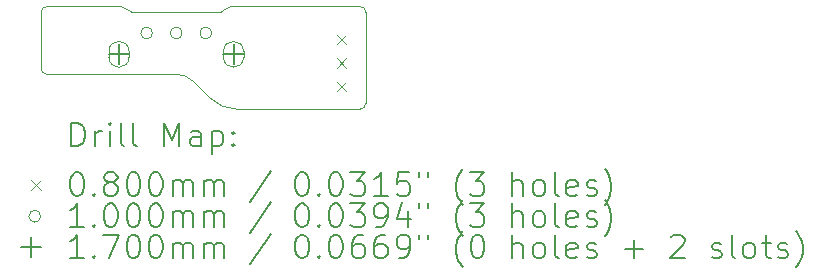
<source format=gbr>
%TF.GenerationSoftware,KiCad,Pcbnew,8.0.9*%
%TF.CreationDate,2025-07-15T23:29:25+09:00*%
%TF.ProjectId,KPUEncoderPCB,4b505545-6e63-46f6-9465-725043422e6b,rev?*%
%TF.SameCoordinates,Original*%
%TF.FileFunction,Drillmap*%
%TF.FilePolarity,Positive*%
%FSLAX45Y45*%
G04 Gerber Fmt 4.5, Leading zero omitted, Abs format (unit mm)*
G04 Created by KiCad (PCBNEW 8.0.9) date 2025-07-15 23:29:25*
%MOMM*%
%LPD*%
G01*
G04 APERTURE LIST*
%ADD10C,0.050000*%
%ADD11C,0.200000*%
%ADD12C,0.100000*%
%ADD13C,0.170000*%
G04 APERTURE END LIST*
D10*
X4700000Y-2000000D02*
X3608516Y-2000000D01*
X4700000Y-2000000D02*
G75*
G02*
X4750000Y-2050000I0J-50000D01*
G01*
X4750000Y-2820000D02*
X4750000Y-2050000D01*
X4750000Y-2820000D02*
G75*
G02*
X4700000Y-2870000I-50000J0D01*
G01*
X3660000Y-2870000D02*
X4700000Y-2870000D01*
X3660000Y-2870000D02*
G75*
G02*
X3430190Y-2774810I0J325001D01*
G01*
X3288959Y-2633579D02*
X3430190Y-2774810D01*
X3147538Y-2575000D02*
G75*
G02*
X3288959Y-2633579I0J-200000D01*
G01*
X2050000Y-2575000D02*
X3147538Y-2575000D01*
X2050000Y-2575000D02*
G75*
G02*
X2000000Y-2525000I0J50000D01*
G01*
X2000000Y-2050000D02*
X2000000Y-2525000D01*
X2000000Y-2050000D02*
G75*
G02*
X2050000Y-2000000I50000J0D01*
G01*
X2681484Y-2000000D02*
X2050000Y-2000000D01*
X2681484Y-2000000D02*
G75*
G02*
X2723242Y-2022500I0J-50000D01*
G01*
X2765000Y-2045000D02*
G75*
G02*
X2723242Y-2022500I0J50000D01*
G01*
X3525000Y-2045000D02*
X2765000Y-2045000D01*
X3566758Y-2022500D02*
G75*
G02*
X3525000Y-2045000I-41758J27500D01*
G01*
X3566758Y-2022500D02*
G75*
G02*
X3608516Y-2000000I41759J-27500D01*
G01*
D11*
D12*
X4505000Y-2240000D02*
X4585000Y-2320000D01*
X4585000Y-2240000D02*
X4505000Y-2320000D01*
X4505000Y-2440000D02*
X4585000Y-2520000D01*
X4585000Y-2440000D02*
X4505000Y-2520000D01*
X4505000Y-2640000D02*
X4585000Y-2720000D01*
X4585000Y-2640000D02*
X4505000Y-2720000D01*
X2945000Y-2225000D02*
G75*
G02*
X2845000Y-2225000I-50000J0D01*
G01*
X2845000Y-2225000D02*
G75*
G02*
X2945000Y-2225000I50000J0D01*
G01*
X3195000Y-2225000D02*
G75*
G02*
X3095000Y-2225000I-50000J0D01*
G01*
X3095000Y-2225000D02*
G75*
G02*
X3195000Y-2225000I50000J0D01*
G01*
X3445000Y-2225000D02*
G75*
G02*
X3345000Y-2225000I-50000J0D01*
G01*
X3345000Y-2225000D02*
G75*
G02*
X3445000Y-2225000I50000J0D01*
G01*
D13*
X2660000Y-2320000D02*
X2660000Y-2490000D01*
X2575000Y-2405000D02*
X2745000Y-2405000D01*
D12*
X2575000Y-2380000D02*
X2575000Y-2430000D01*
X2745000Y-2430000D02*
G75*
G02*
X2575000Y-2430000I-85000J0D01*
G01*
X2745000Y-2430000D02*
X2745000Y-2380000D01*
X2745000Y-2380000D02*
G75*
G03*
X2575000Y-2380000I-85000J0D01*
G01*
D13*
X3630000Y-2320000D02*
X3630000Y-2490000D01*
X3545000Y-2405000D02*
X3715000Y-2405000D01*
D12*
X3545000Y-2380000D02*
X3545000Y-2430000D01*
X3715000Y-2430000D02*
G75*
G02*
X3545000Y-2430000I-85000J0D01*
G01*
X3715000Y-2430000D02*
X3715000Y-2380000D01*
X3715000Y-2380000D02*
G75*
G03*
X3545000Y-2380000I-85000J0D01*
G01*
D11*
X2258277Y-3183984D02*
X2258277Y-2983984D01*
X2258277Y-2983984D02*
X2305896Y-2983984D01*
X2305896Y-2983984D02*
X2334467Y-2993508D01*
X2334467Y-2993508D02*
X2353515Y-3012555D01*
X2353515Y-3012555D02*
X2363039Y-3031603D01*
X2363039Y-3031603D02*
X2372563Y-3069698D01*
X2372563Y-3069698D02*
X2372563Y-3098269D01*
X2372563Y-3098269D02*
X2363039Y-3136365D01*
X2363039Y-3136365D02*
X2353515Y-3155412D01*
X2353515Y-3155412D02*
X2334467Y-3174460D01*
X2334467Y-3174460D02*
X2305896Y-3183984D01*
X2305896Y-3183984D02*
X2258277Y-3183984D01*
X2458277Y-3183984D02*
X2458277Y-3050650D01*
X2458277Y-3088746D02*
X2467801Y-3069698D01*
X2467801Y-3069698D02*
X2477324Y-3060174D01*
X2477324Y-3060174D02*
X2496372Y-3050650D01*
X2496372Y-3050650D02*
X2515420Y-3050650D01*
X2582086Y-3183984D02*
X2582086Y-3050650D01*
X2582086Y-2983984D02*
X2572563Y-2993508D01*
X2572563Y-2993508D02*
X2582086Y-3003031D01*
X2582086Y-3003031D02*
X2591610Y-2993508D01*
X2591610Y-2993508D02*
X2582086Y-2983984D01*
X2582086Y-2983984D02*
X2582086Y-3003031D01*
X2705896Y-3183984D02*
X2686848Y-3174460D01*
X2686848Y-3174460D02*
X2677324Y-3155412D01*
X2677324Y-3155412D02*
X2677324Y-2983984D01*
X2810658Y-3183984D02*
X2791610Y-3174460D01*
X2791610Y-3174460D02*
X2782086Y-3155412D01*
X2782086Y-3155412D02*
X2782086Y-2983984D01*
X3039229Y-3183984D02*
X3039229Y-2983984D01*
X3039229Y-2983984D02*
X3105896Y-3126841D01*
X3105896Y-3126841D02*
X3172562Y-2983984D01*
X3172562Y-2983984D02*
X3172562Y-3183984D01*
X3353515Y-3183984D02*
X3353515Y-3079222D01*
X3353515Y-3079222D02*
X3343991Y-3060174D01*
X3343991Y-3060174D02*
X3324943Y-3050650D01*
X3324943Y-3050650D02*
X3286848Y-3050650D01*
X3286848Y-3050650D02*
X3267801Y-3060174D01*
X3353515Y-3174460D02*
X3334467Y-3183984D01*
X3334467Y-3183984D02*
X3286848Y-3183984D01*
X3286848Y-3183984D02*
X3267801Y-3174460D01*
X3267801Y-3174460D02*
X3258277Y-3155412D01*
X3258277Y-3155412D02*
X3258277Y-3136365D01*
X3258277Y-3136365D02*
X3267801Y-3117317D01*
X3267801Y-3117317D02*
X3286848Y-3107793D01*
X3286848Y-3107793D02*
X3334467Y-3107793D01*
X3334467Y-3107793D02*
X3353515Y-3098269D01*
X3448753Y-3050650D02*
X3448753Y-3250650D01*
X3448753Y-3060174D02*
X3467801Y-3050650D01*
X3467801Y-3050650D02*
X3505896Y-3050650D01*
X3505896Y-3050650D02*
X3524943Y-3060174D01*
X3524943Y-3060174D02*
X3534467Y-3069698D01*
X3534467Y-3069698D02*
X3543991Y-3088746D01*
X3543991Y-3088746D02*
X3543991Y-3145888D01*
X3543991Y-3145888D02*
X3534467Y-3164936D01*
X3534467Y-3164936D02*
X3524943Y-3174460D01*
X3524943Y-3174460D02*
X3505896Y-3183984D01*
X3505896Y-3183984D02*
X3467801Y-3183984D01*
X3467801Y-3183984D02*
X3448753Y-3174460D01*
X3629705Y-3164936D02*
X3639229Y-3174460D01*
X3639229Y-3174460D02*
X3629705Y-3183984D01*
X3629705Y-3183984D02*
X3620182Y-3174460D01*
X3620182Y-3174460D02*
X3629705Y-3164936D01*
X3629705Y-3164936D02*
X3629705Y-3183984D01*
X3629705Y-3060174D02*
X3639229Y-3069698D01*
X3639229Y-3069698D02*
X3629705Y-3079222D01*
X3629705Y-3079222D02*
X3620182Y-3069698D01*
X3620182Y-3069698D02*
X3629705Y-3060174D01*
X3629705Y-3060174D02*
X3629705Y-3079222D01*
D12*
X1917500Y-3472500D02*
X1997500Y-3552500D01*
X1997500Y-3472500D02*
X1917500Y-3552500D01*
D11*
X2296372Y-3403984D02*
X2315420Y-3403984D01*
X2315420Y-3403984D02*
X2334467Y-3413508D01*
X2334467Y-3413508D02*
X2343991Y-3423031D01*
X2343991Y-3423031D02*
X2353515Y-3442079D01*
X2353515Y-3442079D02*
X2363039Y-3480174D01*
X2363039Y-3480174D02*
X2363039Y-3527793D01*
X2363039Y-3527793D02*
X2353515Y-3565888D01*
X2353515Y-3565888D02*
X2343991Y-3584936D01*
X2343991Y-3584936D02*
X2334467Y-3594460D01*
X2334467Y-3594460D02*
X2315420Y-3603984D01*
X2315420Y-3603984D02*
X2296372Y-3603984D01*
X2296372Y-3603984D02*
X2277324Y-3594460D01*
X2277324Y-3594460D02*
X2267801Y-3584936D01*
X2267801Y-3584936D02*
X2258277Y-3565888D01*
X2258277Y-3565888D02*
X2248753Y-3527793D01*
X2248753Y-3527793D02*
X2248753Y-3480174D01*
X2248753Y-3480174D02*
X2258277Y-3442079D01*
X2258277Y-3442079D02*
X2267801Y-3423031D01*
X2267801Y-3423031D02*
X2277324Y-3413508D01*
X2277324Y-3413508D02*
X2296372Y-3403984D01*
X2448753Y-3584936D02*
X2458277Y-3594460D01*
X2458277Y-3594460D02*
X2448753Y-3603984D01*
X2448753Y-3603984D02*
X2439229Y-3594460D01*
X2439229Y-3594460D02*
X2448753Y-3584936D01*
X2448753Y-3584936D02*
X2448753Y-3603984D01*
X2572563Y-3489698D02*
X2553515Y-3480174D01*
X2553515Y-3480174D02*
X2543991Y-3470650D01*
X2543991Y-3470650D02*
X2534467Y-3451603D01*
X2534467Y-3451603D02*
X2534467Y-3442079D01*
X2534467Y-3442079D02*
X2543991Y-3423031D01*
X2543991Y-3423031D02*
X2553515Y-3413508D01*
X2553515Y-3413508D02*
X2572563Y-3403984D01*
X2572563Y-3403984D02*
X2610658Y-3403984D01*
X2610658Y-3403984D02*
X2629705Y-3413508D01*
X2629705Y-3413508D02*
X2639229Y-3423031D01*
X2639229Y-3423031D02*
X2648753Y-3442079D01*
X2648753Y-3442079D02*
X2648753Y-3451603D01*
X2648753Y-3451603D02*
X2639229Y-3470650D01*
X2639229Y-3470650D02*
X2629705Y-3480174D01*
X2629705Y-3480174D02*
X2610658Y-3489698D01*
X2610658Y-3489698D02*
X2572563Y-3489698D01*
X2572563Y-3489698D02*
X2553515Y-3499222D01*
X2553515Y-3499222D02*
X2543991Y-3508746D01*
X2543991Y-3508746D02*
X2534467Y-3527793D01*
X2534467Y-3527793D02*
X2534467Y-3565888D01*
X2534467Y-3565888D02*
X2543991Y-3584936D01*
X2543991Y-3584936D02*
X2553515Y-3594460D01*
X2553515Y-3594460D02*
X2572563Y-3603984D01*
X2572563Y-3603984D02*
X2610658Y-3603984D01*
X2610658Y-3603984D02*
X2629705Y-3594460D01*
X2629705Y-3594460D02*
X2639229Y-3584936D01*
X2639229Y-3584936D02*
X2648753Y-3565888D01*
X2648753Y-3565888D02*
X2648753Y-3527793D01*
X2648753Y-3527793D02*
X2639229Y-3508746D01*
X2639229Y-3508746D02*
X2629705Y-3499222D01*
X2629705Y-3499222D02*
X2610658Y-3489698D01*
X2772563Y-3403984D02*
X2791610Y-3403984D01*
X2791610Y-3403984D02*
X2810658Y-3413508D01*
X2810658Y-3413508D02*
X2820182Y-3423031D01*
X2820182Y-3423031D02*
X2829705Y-3442079D01*
X2829705Y-3442079D02*
X2839229Y-3480174D01*
X2839229Y-3480174D02*
X2839229Y-3527793D01*
X2839229Y-3527793D02*
X2829705Y-3565888D01*
X2829705Y-3565888D02*
X2820182Y-3584936D01*
X2820182Y-3584936D02*
X2810658Y-3594460D01*
X2810658Y-3594460D02*
X2791610Y-3603984D01*
X2791610Y-3603984D02*
X2772563Y-3603984D01*
X2772563Y-3603984D02*
X2753515Y-3594460D01*
X2753515Y-3594460D02*
X2743991Y-3584936D01*
X2743991Y-3584936D02*
X2734467Y-3565888D01*
X2734467Y-3565888D02*
X2724944Y-3527793D01*
X2724944Y-3527793D02*
X2724944Y-3480174D01*
X2724944Y-3480174D02*
X2734467Y-3442079D01*
X2734467Y-3442079D02*
X2743991Y-3423031D01*
X2743991Y-3423031D02*
X2753515Y-3413508D01*
X2753515Y-3413508D02*
X2772563Y-3403984D01*
X2963039Y-3403984D02*
X2982086Y-3403984D01*
X2982086Y-3403984D02*
X3001134Y-3413508D01*
X3001134Y-3413508D02*
X3010658Y-3423031D01*
X3010658Y-3423031D02*
X3020182Y-3442079D01*
X3020182Y-3442079D02*
X3029705Y-3480174D01*
X3029705Y-3480174D02*
X3029705Y-3527793D01*
X3029705Y-3527793D02*
X3020182Y-3565888D01*
X3020182Y-3565888D02*
X3010658Y-3584936D01*
X3010658Y-3584936D02*
X3001134Y-3594460D01*
X3001134Y-3594460D02*
X2982086Y-3603984D01*
X2982086Y-3603984D02*
X2963039Y-3603984D01*
X2963039Y-3603984D02*
X2943991Y-3594460D01*
X2943991Y-3594460D02*
X2934467Y-3584936D01*
X2934467Y-3584936D02*
X2924943Y-3565888D01*
X2924943Y-3565888D02*
X2915420Y-3527793D01*
X2915420Y-3527793D02*
X2915420Y-3480174D01*
X2915420Y-3480174D02*
X2924943Y-3442079D01*
X2924943Y-3442079D02*
X2934467Y-3423031D01*
X2934467Y-3423031D02*
X2943991Y-3413508D01*
X2943991Y-3413508D02*
X2963039Y-3403984D01*
X3115420Y-3603984D02*
X3115420Y-3470650D01*
X3115420Y-3489698D02*
X3124943Y-3480174D01*
X3124943Y-3480174D02*
X3143991Y-3470650D01*
X3143991Y-3470650D02*
X3172563Y-3470650D01*
X3172563Y-3470650D02*
X3191610Y-3480174D01*
X3191610Y-3480174D02*
X3201134Y-3499222D01*
X3201134Y-3499222D02*
X3201134Y-3603984D01*
X3201134Y-3499222D02*
X3210658Y-3480174D01*
X3210658Y-3480174D02*
X3229705Y-3470650D01*
X3229705Y-3470650D02*
X3258277Y-3470650D01*
X3258277Y-3470650D02*
X3277324Y-3480174D01*
X3277324Y-3480174D02*
X3286848Y-3499222D01*
X3286848Y-3499222D02*
X3286848Y-3603984D01*
X3382086Y-3603984D02*
X3382086Y-3470650D01*
X3382086Y-3489698D02*
X3391610Y-3480174D01*
X3391610Y-3480174D02*
X3410658Y-3470650D01*
X3410658Y-3470650D02*
X3439229Y-3470650D01*
X3439229Y-3470650D02*
X3458277Y-3480174D01*
X3458277Y-3480174D02*
X3467801Y-3499222D01*
X3467801Y-3499222D02*
X3467801Y-3603984D01*
X3467801Y-3499222D02*
X3477324Y-3480174D01*
X3477324Y-3480174D02*
X3496372Y-3470650D01*
X3496372Y-3470650D02*
X3524943Y-3470650D01*
X3524943Y-3470650D02*
X3543991Y-3480174D01*
X3543991Y-3480174D02*
X3553515Y-3499222D01*
X3553515Y-3499222D02*
X3553515Y-3603984D01*
X3943991Y-3394460D02*
X3772563Y-3651603D01*
X4201134Y-3403984D02*
X4220182Y-3403984D01*
X4220182Y-3403984D02*
X4239229Y-3413508D01*
X4239229Y-3413508D02*
X4248753Y-3423031D01*
X4248753Y-3423031D02*
X4258277Y-3442079D01*
X4258277Y-3442079D02*
X4267801Y-3480174D01*
X4267801Y-3480174D02*
X4267801Y-3527793D01*
X4267801Y-3527793D02*
X4258277Y-3565888D01*
X4258277Y-3565888D02*
X4248753Y-3584936D01*
X4248753Y-3584936D02*
X4239229Y-3594460D01*
X4239229Y-3594460D02*
X4220182Y-3603984D01*
X4220182Y-3603984D02*
X4201134Y-3603984D01*
X4201134Y-3603984D02*
X4182086Y-3594460D01*
X4182086Y-3594460D02*
X4172563Y-3584936D01*
X4172563Y-3584936D02*
X4163039Y-3565888D01*
X4163039Y-3565888D02*
X4153515Y-3527793D01*
X4153515Y-3527793D02*
X4153515Y-3480174D01*
X4153515Y-3480174D02*
X4163039Y-3442079D01*
X4163039Y-3442079D02*
X4172563Y-3423031D01*
X4172563Y-3423031D02*
X4182086Y-3413508D01*
X4182086Y-3413508D02*
X4201134Y-3403984D01*
X4353515Y-3584936D02*
X4363039Y-3594460D01*
X4363039Y-3594460D02*
X4353515Y-3603984D01*
X4353515Y-3603984D02*
X4343991Y-3594460D01*
X4343991Y-3594460D02*
X4353515Y-3584936D01*
X4353515Y-3584936D02*
X4353515Y-3603984D01*
X4486848Y-3403984D02*
X4505896Y-3403984D01*
X4505896Y-3403984D02*
X4524944Y-3413508D01*
X4524944Y-3413508D02*
X4534468Y-3423031D01*
X4534468Y-3423031D02*
X4543991Y-3442079D01*
X4543991Y-3442079D02*
X4553515Y-3480174D01*
X4553515Y-3480174D02*
X4553515Y-3527793D01*
X4553515Y-3527793D02*
X4543991Y-3565888D01*
X4543991Y-3565888D02*
X4534468Y-3584936D01*
X4534468Y-3584936D02*
X4524944Y-3594460D01*
X4524944Y-3594460D02*
X4505896Y-3603984D01*
X4505896Y-3603984D02*
X4486848Y-3603984D01*
X4486848Y-3603984D02*
X4467801Y-3594460D01*
X4467801Y-3594460D02*
X4458277Y-3584936D01*
X4458277Y-3584936D02*
X4448753Y-3565888D01*
X4448753Y-3565888D02*
X4439229Y-3527793D01*
X4439229Y-3527793D02*
X4439229Y-3480174D01*
X4439229Y-3480174D02*
X4448753Y-3442079D01*
X4448753Y-3442079D02*
X4458277Y-3423031D01*
X4458277Y-3423031D02*
X4467801Y-3413508D01*
X4467801Y-3413508D02*
X4486848Y-3403984D01*
X4620182Y-3403984D02*
X4743991Y-3403984D01*
X4743991Y-3403984D02*
X4677325Y-3480174D01*
X4677325Y-3480174D02*
X4705896Y-3480174D01*
X4705896Y-3480174D02*
X4724944Y-3489698D01*
X4724944Y-3489698D02*
X4734468Y-3499222D01*
X4734468Y-3499222D02*
X4743991Y-3518269D01*
X4743991Y-3518269D02*
X4743991Y-3565888D01*
X4743991Y-3565888D02*
X4734468Y-3584936D01*
X4734468Y-3584936D02*
X4724944Y-3594460D01*
X4724944Y-3594460D02*
X4705896Y-3603984D01*
X4705896Y-3603984D02*
X4648753Y-3603984D01*
X4648753Y-3603984D02*
X4629706Y-3594460D01*
X4629706Y-3594460D02*
X4620182Y-3584936D01*
X4934468Y-3603984D02*
X4820182Y-3603984D01*
X4877325Y-3603984D02*
X4877325Y-3403984D01*
X4877325Y-3403984D02*
X4858277Y-3432555D01*
X4858277Y-3432555D02*
X4839229Y-3451603D01*
X4839229Y-3451603D02*
X4820182Y-3461127D01*
X5115420Y-3403984D02*
X5020182Y-3403984D01*
X5020182Y-3403984D02*
X5010658Y-3499222D01*
X5010658Y-3499222D02*
X5020182Y-3489698D01*
X5020182Y-3489698D02*
X5039229Y-3480174D01*
X5039229Y-3480174D02*
X5086849Y-3480174D01*
X5086849Y-3480174D02*
X5105896Y-3489698D01*
X5105896Y-3489698D02*
X5115420Y-3499222D01*
X5115420Y-3499222D02*
X5124944Y-3518269D01*
X5124944Y-3518269D02*
X5124944Y-3565888D01*
X5124944Y-3565888D02*
X5115420Y-3584936D01*
X5115420Y-3584936D02*
X5105896Y-3594460D01*
X5105896Y-3594460D02*
X5086849Y-3603984D01*
X5086849Y-3603984D02*
X5039229Y-3603984D01*
X5039229Y-3603984D02*
X5020182Y-3594460D01*
X5020182Y-3594460D02*
X5010658Y-3584936D01*
X5201134Y-3403984D02*
X5201134Y-3442079D01*
X5277325Y-3403984D02*
X5277325Y-3442079D01*
X5572563Y-3680174D02*
X5563039Y-3670650D01*
X5563039Y-3670650D02*
X5543991Y-3642079D01*
X5543991Y-3642079D02*
X5534468Y-3623031D01*
X5534468Y-3623031D02*
X5524944Y-3594460D01*
X5524944Y-3594460D02*
X5515420Y-3546841D01*
X5515420Y-3546841D02*
X5515420Y-3508746D01*
X5515420Y-3508746D02*
X5524944Y-3461127D01*
X5524944Y-3461127D02*
X5534468Y-3432555D01*
X5534468Y-3432555D02*
X5543991Y-3413508D01*
X5543991Y-3413508D02*
X5563039Y-3384936D01*
X5563039Y-3384936D02*
X5572563Y-3375412D01*
X5629706Y-3403984D02*
X5753515Y-3403984D01*
X5753515Y-3403984D02*
X5686848Y-3480174D01*
X5686848Y-3480174D02*
X5715420Y-3480174D01*
X5715420Y-3480174D02*
X5734468Y-3489698D01*
X5734468Y-3489698D02*
X5743991Y-3499222D01*
X5743991Y-3499222D02*
X5753515Y-3518269D01*
X5753515Y-3518269D02*
X5753515Y-3565888D01*
X5753515Y-3565888D02*
X5743991Y-3584936D01*
X5743991Y-3584936D02*
X5734468Y-3594460D01*
X5734468Y-3594460D02*
X5715420Y-3603984D01*
X5715420Y-3603984D02*
X5658277Y-3603984D01*
X5658277Y-3603984D02*
X5639229Y-3594460D01*
X5639229Y-3594460D02*
X5629706Y-3584936D01*
X5991610Y-3603984D02*
X5991610Y-3403984D01*
X6077325Y-3603984D02*
X6077325Y-3499222D01*
X6077325Y-3499222D02*
X6067801Y-3480174D01*
X6067801Y-3480174D02*
X6048753Y-3470650D01*
X6048753Y-3470650D02*
X6020182Y-3470650D01*
X6020182Y-3470650D02*
X6001134Y-3480174D01*
X6001134Y-3480174D02*
X5991610Y-3489698D01*
X6201134Y-3603984D02*
X6182087Y-3594460D01*
X6182087Y-3594460D02*
X6172563Y-3584936D01*
X6172563Y-3584936D02*
X6163039Y-3565888D01*
X6163039Y-3565888D02*
X6163039Y-3508746D01*
X6163039Y-3508746D02*
X6172563Y-3489698D01*
X6172563Y-3489698D02*
X6182087Y-3480174D01*
X6182087Y-3480174D02*
X6201134Y-3470650D01*
X6201134Y-3470650D02*
X6229706Y-3470650D01*
X6229706Y-3470650D02*
X6248753Y-3480174D01*
X6248753Y-3480174D02*
X6258277Y-3489698D01*
X6258277Y-3489698D02*
X6267801Y-3508746D01*
X6267801Y-3508746D02*
X6267801Y-3565888D01*
X6267801Y-3565888D02*
X6258277Y-3584936D01*
X6258277Y-3584936D02*
X6248753Y-3594460D01*
X6248753Y-3594460D02*
X6229706Y-3603984D01*
X6229706Y-3603984D02*
X6201134Y-3603984D01*
X6382087Y-3603984D02*
X6363039Y-3594460D01*
X6363039Y-3594460D02*
X6353515Y-3575412D01*
X6353515Y-3575412D02*
X6353515Y-3403984D01*
X6534468Y-3594460D02*
X6515420Y-3603984D01*
X6515420Y-3603984D02*
X6477325Y-3603984D01*
X6477325Y-3603984D02*
X6458277Y-3594460D01*
X6458277Y-3594460D02*
X6448753Y-3575412D01*
X6448753Y-3575412D02*
X6448753Y-3499222D01*
X6448753Y-3499222D02*
X6458277Y-3480174D01*
X6458277Y-3480174D02*
X6477325Y-3470650D01*
X6477325Y-3470650D02*
X6515420Y-3470650D01*
X6515420Y-3470650D02*
X6534468Y-3480174D01*
X6534468Y-3480174D02*
X6543991Y-3499222D01*
X6543991Y-3499222D02*
X6543991Y-3518269D01*
X6543991Y-3518269D02*
X6448753Y-3537317D01*
X6620182Y-3594460D02*
X6639230Y-3603984D01*
X6639230Y-3603984D02*
X6677325Y-3603984D01*
X6677325Y-3603984D02*
X6696372Y-3594460D01*
X6696372Y-3594460D02*
X6705896Y-3575412D01*
X6705896Y-3575412D02*
X6705896Y-3565888D01*
X6705896Y-3565888D02*
X6696372Y-3546841D01*
X6696372Y-3546841D02*
X6677325Y-3537317D01*
X6677325Y-3537317D02*
X6648753Y-3537317D01*
X6648753Y-3537317D02*
X6629706Y-3527793D01*
X6629706Y-3527793D02*
X6620182Y-3508746D01*
X6620182Y-3508746D02*
X6620182Y-3499222D01*
X6620182Y-3499222D02*
X6629706Y-3480174D01*
X6629706Y-3480174D02*
X6648753Y-3470650D01*
X6648753Y-3470650D02*
X6677325Y-3470650D01*
X6677325Y-3470650D02*
X6696372Y-3480174D01*
X6772563Y-3680174D02*
X6782087Y-3670650D01*
X6782087Y-3670650D02*
X6801134Y-3642079D01*
X6801134Y-3642079D02*
X6810658Y-3623031D01*
X6810658Y-3623031D02*
X6820182Y-3594460D01*
X6820182Y-3594460D02*
X6829706Y-3546841D01*
X6829706Y-3546841D02*
X6829706Y-3508746D01*
X6829706Y-3508746D02*
X6820182Y-3461127D01*
X6820182Y-3461127D02*
X6810658Y-3432555D01*
X6810658Y-3432555D02*
X6801134Y-3413508D01*
X6801134Y-3413508D02*
X6782087Y-3384936D01*
X6782087Y-3384936D02*
X6772563Y-3375412D01*
D12*
X1997500Y-3776500D02*
G75*
G02*
X1897500Y-3776500I-50000J0D01*
G01*
X1897500Y-3776500D02*
G75*
G02*
X1997500Y-3776500I50000J0D01*
G01*
D11*
X2363039Y-3867984D02*
X2248753Y-3867984D01*
X2305896Y-3867984D02*
X2305896Y-3667984D01*
X2305896Y-3667984D02*
X2286848Y-3696555D01*
X2286848Y-3696555D02*
X2267801Y-3715603D01*
X2267801Y-3715603D02*
X2248753Y-3725127D01*
X2448753Y-3848936D02*
X2458277Y-3858460D01*
X2458277Y-3858460D02*
X2448753Y-3867984D01*
X2448753Y-3867984D02*
X2439229Y-3858460D01*
X2439229Y-3858460D02*
X2448753Y-3848936D01*
X2448753Y-3848936D02*
X2448753Y-3867984D01*
X2582086Y-3667984D02*
X2601134Y-3667984D01*
X2601134Y-3667984D02*
X2620182Y-3677508D01*
X2620182Y-3677508D02*
X2629705Y-3687031D01*
X2629705Y-3687031D02*
X2639229Y-3706079D01*
X2639229Y-3706079D02*
X2648753Y-3744174D01*
X2648753Y-3744174D02*
X2648753Y-3791793D01*
X2648753Y-3791793D02*
X2639229Y-3829888D01*
X2639229Y-3829888D02*
X2629705Y-3848936D01*
X2629705Y-3848936D02*
X2620182Y-3858460D01*
X2620182Y-3858460D02*
X2601134Y-3867984D01*
X2601134Y-3867984D02*
X2582086Y-3867984D01*
X2582086Y-3867984D02*
X2563039Y-3858460D01*
X2563039Y-3858460D02*
X2553515Y-3848936D01*
X2553515Y-3848936D02*
X2543991Y-3829888D01*
X2543991Y-3829888D02*
X2534467Y-3791793D01*
X2534467Y-3791793D02*
X2534467Y-3744174D01*
X2534467Y-3744174D02*
X2543991Y-3706079D01*
X2543991Y-3706079D02*
X2553515Y-3687031D01*
X2553515Y-3687031D02*
X2563039Y-3677508D01*
X2563039Y-3677508D02*
X2582086Y-3667984D01*
X2772563Y-3667984D02*
X2791610Y-3667984D01*
X2791610Y-3667984D02*
X2810658Y-3677508D01*
X2810658Y-3677508D02*
X2820182Y-3687031D01*
X2820182Y-3687031D02*
X2829705Y-3706079D01*
X2829705Y-3706079D02*
X2839229Y-3744174D01*
X2839229Y-3744174D02*
X2839229Y-3791793D01*
X2839229Y-3791793D02*
X2829705Y-3829888D01*
X2829705Y-3829888D02*
X2820182Y-3848936D01*
X2820182Y-3848936D02*
X2810658Y-3858460D01*
X2810658Y-3858460D02*
X2791610Y-3867984D01*
X2791610Y-3867984D02*
X2772563Y-3867984D01*
X2772563Y-3867984D02*
X2753515Y-3858460D01*
X2753515Y-3858460D02*
X2743991Y-3848936D01*
X2743991Y-3848936D02*
X2734467Y-3829888D01*
X2734467Y-3829888D02*
X2724944Y-3791793D01*
X2724944Y-3791793D02*
X2724944Y-3744174D01*
X2724944Y-3744174D02*
X2734467Y-3706079D01*
X2734467Y-3706079D02*
X2743991Y-3687031D01*
X2743991Y-3687031D02*
X2753515Y-3677508D01*
X2753515Y-3677508D02*
X2772563Y-3667984D01*
X2963039Y-3667984D02*
X2982086Y-3667984D01*
X2982086Y-3667984D02*
X3001134Y-3677508D01*
X3001134Y-3677508D02*
X3010658Y-3687031D01*
X3010658Y-3687031D02*
X3020182Y-3706079D01*
X3020182Y-3706079D02*
X3029705Y-3744174D01*
X3029705Y-3744174D02*
X3029705Y-3791793D01*
X3029705Y-3791793D02*
X3020182Y-3829888D01*
X3020182Y-3829888D02*
X3010658Y-3848936D01*
X3010658Y-3848936D02*
X3001134Y-3858460D01*
X3001134Y-3858460D02*
X2982086Y-3867984D01*
X2982086Y-3867984D02*
X2963039Y-3867984D01*
X2963039Y-3867984D02*
X2943991Y-3858460D01*
X2943991Y-3858460D02*
X2934467Y-3848936D01*
X2934467Y-3848936D02*
X2924943Y-3829888D01*
X2924943Y-3829888D02*
X2915420Y-3791793D01*
X2915420Y-3791793D02*
X2915420Y-3744174D01*
X2915420Y-3744174D02*
X2924943Y-3706079D01*
X2924943Y-3706079D02*
X2934467Y-3687031D01*
X2934467Y-3687031D02*
X2943991Y-3677508D01*
X2943991Y-3677508D02*
X2963039Y-3667984D01*
X3115420Y-3867984D02*
X3115420Y-3734650D01*
X3115420Y-3753698D02*
X3124943Y-3744174D01*
X3124943Y-3744174D02*
X3143991Y-3734650D01*
X3143991Y-3734650D02*
X3172563Y-3734650D01*
X3172563Y-3734650D02*
X3191610Y-3744174D01*
X3191610Y-3744174D02*
X3201134Y-3763222D01*
X3201134Y-3763222D02*
X3201134Y-3867984D01*
X3201134Y-3763222D02*
X3210658Y-3744174D01*
X3210658Y-3744174D02*
X3229705Y-3734650D01*
X3229705Y-3734650D02*
X3258277Y-3734650D01*
X3258277Y-3734650D02*
X3277324Y-3744174D01*
X3277324Y-3744174D02*
X3286848Y-3763222D01*
X3286848Y-3763222D02*
X3286848Y-3867984D01*
X3382086Y-3867984D02*
X3382086Y-3734650D01*
X3382086Y-3753698D02*
X3391610Y-3744174D01*
X3391610Y-3744174D02*
X3410658Y-3734650D01*
X3410658Y-3734650D02*
X3439229Y-3734650D01*
X3439229Y-3734650D02*
X3458277Y-3744174D01*
X3458277Y-3744174D02*
X3467801Y-3763222D01*
X3467801Y-3763222D02*
X3467801Y-3867984D01*
X3467801Y-3763222D02*
X3477324Y-3744174D01*
X3477324Y-3744174D02*
X3496372Y-3734650D01*
X3496372Y-3734650D02*
X3524943Y-3734650D01*
X3524943Y-3734650D02*
X3543991Y-3744174D01*
X3543991Y-3744174D02*
X3553515Y-3763222D01*
X3553515Y-3763222D02*
X3553515Y-3867984D01*
X3943991Y-3658460D02*
X3772563Y-3915603D01*
X4201134Y-3667984D02*
X4220182Y-3667984D01*
X4220182Y-3667984D02*
X4239229Y-3677508D01*
X4239229Y-3677508D02*
X4248753Y-3687031D01*
X4248753Y-3687031D02*
X4258277Y-3706079D01*
X4258277Y-3706079D02*
X4267801Y-3744174D01*
X4267801Y-3744174D02*
X4267801Y-3791793D01*
X4267801Y-3791793D02*
X4258277Y-3829888D01*
X4258277Y-3829888D02*
X4248753Y-3848936D01*
X4248753Y-3848936D02*
X4239229Y-3858460D01*
X4239229Y-3858460D02*
X4220182Y-3867984D01*
X4220182Y-3867984D02*
X4201134Y-3867984D01*
X4201134Y-3867984D02*
X4182086Y-3858460D01*
X4182086Y-3858460D02*
X4172563Y-3848936D01*
X4172563Y-3848936D02*
X4163039Y-3829888D01*
X4163039Y-3829888D02*
X4153515Y-3791793D01*
X4153515Y-3791793D02*
X4153515Y-3744174D01*
X4153515Y-3744174D02*
X4163039Y-3706079D01*
X4163039Y-3706079D02*
X4172563Y-3687031D01*
X4172563Y-3687031D02*
X4182086Y-3677508D01*
X4182086Y-3677508D02*
X4201134Y-3667984D01*
X4353515Y-3848936D02*
X4363039Y-3858460D01*
X4363039Y-3858460D02*
X4353515Y-3867984D01*
X4353515Y-3867984D02*
X4343991Y-3858460D01*
X4343991Y-3858460D02*
X4353515Y-3848936D01*
X4353515Y-3848936D02*
X4353515Y-3867984D01*
X4486848Y-3667984D02*
X4505896Y-3667984D01*
X4505896Y-3667984D02*
X4524944Y-3677508D01*
X4524944Y-3677508D02*
X4534468Y-3687031D01*
X4534468Y-3687031D02*
X4543991Y-3706079D01*
X4543991Y-3706079D02*
X4553515Y-3744174D01*
X4553515Y-3744174D02*
X4553515Y-3791793D01*
X4553515Y-3791793D02*
X4543991Y-3829888D01*
X4543991Y-3829888D02*
X4534468Y-3848936D01*
X4534468Y-3848936D02*
X4524944Y-3858460D01*
X4524944Y-3858460D02*
X4505896Y-3867984D01*
X4505896Y-3867984D02*
X4486848Y-3867984D01*
X4486848Y-3867984D02*
X4467801Y-3858460D01*
X4467801Y-3858460D02*
X4458277Y-3848936D01*
X4458277Y-3848936D02*
X4448753Y-3829888D01*
X4448753Y-3829888D02*
X4439229Y-3791793D01*
X4439229Y-3791793D02*
X4439229Y-3744174D01*
X4439229Y-3744174D02*
X4448753Y-3706079D01*
X4448753Y-3706079D02*
X4458277Y-3687031D01*
X4458277Y-3687031D02*
X4467801Y-3677508D01*
X4467801Y-3677508D02*
X4486848Y-3667984D01*
X4620182Y-3667984D02*
X4743991Y-3667984D01*
X4743991Y-3667984D02*
X4677325Y-3744174D01*
X4677325Y-3744174D02*
X4705896Y-3744174D01*
X4705896Y-3744174D02*
X4724944Y-3753698D01*
X4724944Y-3753698D02*
X4734468Y-3763222D01*
X4734468Y-3763222D02*
X4743991Y-3782269D01*
X4743991Y-3782269D02*
X4743991Y-3829888D01*
X4743991Y-3829888D02*
X4734468Y-3848936D01*
X4734468Y-3848936D02*
X4724944Y-3858460D01*
X4724944Y-3858460D02*
X4705896Y-3867984D01*
X4705896Y-3867984D02*
X4648753Y-3867984D01*
X4648753Y-3867984D02*
X4629706Y-3858460D01*
X4629706Y-3858460D02*
X4620182Y-3848936D01*
X4839229Y-3867984D02*
X4877325Y-3867984D01*
X4877325Y-3867984D02*
X4896372Y-3858460D01*
X4896372Y-3858460D02*
X4905896Y-3848936D01*
X4905896Y-3848936D02*
X4924944Y-3820365D01*
X4924944Y-3820365D02*
X4934468Y-3782269D01*
X4934468Y-3782269D02*
X4934468Y-3706079D01*
X4934468Y-3706079D02*
X4924944Y-3687031D01*
X4924944Y-3687031D02*
X4915420Y-3677508D01*
X4915420Y-3677508D02*
X4896372Y-3667984D01*
X4896372Y-3667984D02*
X4858277Y-3667984D01*
X4858277Y-3667984D02*
X4839229Y-3677508D01*
X4839229Y-3677508D02*
X4829706Y-3687031D01*
X4829706Y-3687031D02*
X4820182Y-3706079D01*
X4820182Y-3706079D02*
X4820182Y-3753698D01*
X4820182Y-3753698D02*
X4829706Y-3772746D01*
X4829706Y-3772746D02*
X4839229Y-3782269D01*
X4839229Y-3782269D02*
X4858277Y-3791793D01*
X4858277Y-3791793D02*
X4896372Y-3791793D01*
X4896372Y-3791793D02*
X4915420Y-3782269D01*
X4915420Y-3782269D02*
X4924944Y-3772746D01*
X4924944Y-3772746D02*
X4934468Y-3753698D01*
X5105896Y-3734650D02*
X5105896Y-3867984D01*
X5058277Y-3658460D02*
X5010658Y-3801317D01*
X5010658Y-3801317D02*
X5134468Y-3801317D01*
X5201134Y-3667984D02*
X5201134Y-3706079D01*
X5277325Y-3667984D02*
X5277325Y-3706079D01*
X5572563Y-3944174D02*
X5563039Y-3934650D01*
X5563039Y-3934650D02*
X5543991Y-3906079D01*
X5543991Y-3906079D02*
X5534468Y-3887031D01*
X5534468Y-3887031D02*
X5524944Y-3858460D01*
X5524944Y-3858460D02*
X5515420Y-3810841D01*
X5515420Y-3810841D02*
X5515420Y-3772746D01*
X5515420Y-3772746D02*
X5524944Y-3725127D01*
X5524944Y-3725127D02*
X5534468Y-3696555D01*
X5534468Y-3696555D02*
X5543991Y-3677508D01*
X5543991Y-3677508D02*
X5563039Y-3648936D01*
X5563039Y-3648936D02*
X5572563Y-3639412D01*
X5629706Y-3667984D02*
X5753515Y-3667984D01*
X5753515Y-3667984D02*
X5686848Y-3744174D01*
X5686848Y-3744174D02*
X5715420Y-3744174D01*
X5715420Y-3744174D02*
X5734468Y-3753698D01*
X5734468Y-3753698D02*
X5743991Y-3763222D01*
X5743991Y-3763222D02*
X5753515Y-3782269D01*
X5753515Y-3782269D02*
X5753515Y-3829888D01*
X5753515Y-3829888D02*
X5743991Y-3848936D01*
X5743991Y-3848936D02*
X5734468Y-3858460D01*
X5734468Y-3858460D02*
X5715420Y-3867984D01*
X5715420Y-3867984D02*
X5658277Y-3867984D01*
X5658277Y-3867984D02*
X5639229Y-3858460D01*
X5639229Y-3858460D02*
X5629706Y-3848936D01*
X5991610Y-3867984D02*
X5991610Y-3667984D01*
X6077325Y-3867984D02*
X6077325Y-3763222D01*
X6077325Y-3763222D02*
X6067801Y-3744174D01*
X6067801Y-3744174D02*
X6048753Y-3734650D01*
X6048753Y-3734650D02*
X6020182Y-3734650D01*
X6020182Y-3734650D02*
X6001134Y-3744174D01*
X6001134Y-3744174D02*
X5991610Y-3753698D01*
X6201134Y-3867984D02*
X6182087Y-3858460D01*
X6182087Y-3858460D02*
X6172563Y-3848936D01*
X6172563Y-3848936D02*
X6163039Y-3829888D01*
X6163039Y-3829888D02*
X6163039Y-3772746D01*
X6163039Y-3772746D02*
X6172563Y-3753698D01*
X6172563Y-3753698D02*
X6182087Y-3744174D01*
X6182087Y-3744174D02*
X6201134Y-3734650D01*
X6201134Y-3734650D02*
X6229706Y-3734650D01*
X6229706Y-3734650D02*
X6248753Y-3744174D01*
X6248753Y-3744174D02*
X6258277Y-3753698D01*
X6258277Y-3753698D02*
X6267801Y-3772746D01*
X6267801Y-3772746D02*
X6267801Y-3829888D01*
X6267801Y-3829888D02*
X6258277Y-3848936D01*
X6258277Y-3848936D02*
X6248753Y-3858460D01*
X6248753Y-3858460D02*
X6229706Y-3867984D01*
X6229706Y-3867984D02*
X6201134Y-3867984D01*
X6382087Y-3867984D02*
X6363039Y-3858460D01*
X6363039Y-3858460D02*
X6353515Y-3839412D01*
X6353515Y-3839412D02*
X6353515Y-3667984D01*
X6534468Y-3858460D02*
X6515420Y-3867984D01*
X6515420Y-3867984D02*
X6477325Y-3867984D01*
X6477325Y-3867984D02*
X6458277Y-3858460D01*
X6458277Y-3858460D02*
X6448753Y-3839412D01*
X6448753Y-3839412D02*
X6448753Y-3763222D01*
X6448753Y-3763222D02*
X6458277Y-3744174D01*
X6458277Y-3744174D02*
X6477325Y-3734650D01*
X6477325Y-3734650D02*
X6515420Y-3734650D01*
X6515420Y-3734650D02*
X6534468Y-3744174D01*
X6534468Y-3744174D02*
X6543991Y-3763222D01*
X6543991Y-3763222D02*
X6543991Y-3782269D01*
X6543991Y-3782269D02*
X6448753Y-3801317D01*
X6620182Y-3858460D02*
X6639230Y-3867984D01*
X6639230Y-3867984D02*
X6677325Y-3867984D01*
X6677325Y-3867984D02*
X6696372Y-3858460D01*
X6696372Y-3858460D02*
X6705896Y-3839412D01*
X6705896Y-3839412D02*
X6705896Y-3829888D01*
X6705896Y-3829888D02*
X6696372Y-3810841D01*
X6696372Y-3810841D02*
X6677325Y-3801317D01*
X6677325Y-3801317D02*
X6648753Y-3801317D01*
X6648753Y-3801317D02*
X6629706Y-3791793D01*
X6629706Y-3791793D02*
X6620182Y-3772746D01*
X6620182Y-3772746D02*
X6620182Y-3763222D01*
X6620182Y-3763222D02*
X6629706Y-3744174D01*
X6629706Y-3744174D02*
X6648753Y-3734650D01*
X6648753Y-3734650D02*
X6677325Y-3734650D01*
X6677325Y-3734650D02*
X6696372Y-3744174D01*
X6772563Y-3944174D02*
X6782087Y-3934650D01*
X6782087Y-3934650D02*
X6801134Y-3906079D01*
X6801134Y-3906079D02*
X6810658Y-3887031D01*
X6810658Y-3887031D02*
X6820182Y-3858460D01*
X6820182Y-3858460D02*
X6829706Y-3810841D01*
X6829706Y-3810841D02*
X6829706Y-3772746D01*
X6829706Y-3772746D02*
X6820182Y-3725127D01*
X6820182Y-3725127D02*
X6810658Y-3696555D01*
X6810658Y-3696555D02*
X6801134Y-3677508D01*
X6801134Y-3677508D02*
X6782087Y-3648936D01*
X6782087Y-3648936D02*
X6772563Y-3639412D01*
D13*
X1912500Y-3955500D02*
X1912500Y-4125500D01*
X1827500Y-4040500D02*
X1997500Y-4040500D01*
D11*
X2363039Y-4131984D02*
X2248753Y-4131984D01*
X2305896Y-4131984D02*
X2305896Y-3931984D01*
X2305896Y-3931984D02*
X2286848Y-3960555D01*
X2286848Y-3960555D02*
X2267801Y-3979603D01*
X2267801Y-3979603D02*
X2248753Y-3989127D01*
X2448753Y-4112936D02*
X2458277Y-4122460D01*
X2458277Y-4122460D02*
X2448753Y-4131984D01*
X2448753Y-4131984D02*
X2439229Y-4122460D01*
X2439229Y-4122460D02*
X2448753Y-4112936D01*
X2448753Y-4112936D02*
X2448753Y-4131984D01*
X2524944Y-3931984D02*
X2658277Y-3931984D01*
X2658277Y-3931984D02*
X2572563Y-4131984D01*
X2772563Y-3931984D02*
X2791610Y-3931984D01*
X2791610Y-3931984D02*
X2810658Y-3941508D01*
X2810658Y-3941508D02*
X2820182Y-3951031D01*
X2820182Y-3951031D02*
X2829705Y-3970079D01*
X2829705Y-3970079D02*
X2839229Y-4008174D01*
X2839229Y-4008174D02*
X2839229Y-4055793D01*
X2839229Y-4055793D02*
X2829705Y-4093888D01*
X2829705Y-4093888D02*
X2820182Y-4112936D01*
X2820182Y-4112936D02*
X2810658Y-4122460D01*
X2810658Y-4122460D02*
X2791610Y-4131984D01*
X2791610Y-4131984D02*
X2772563Y-4131984D01*
X2772563Y-4131984D02*
X2753515Y-4122460D01*
X2753515Y-4122460D02*
X2743991Y-4112936D01*
X2743991Y-4112936D02*
X2734467Y-4093888D01*
X2734467Y-4093888D02*
X2724944Y-4055793D01*
X2724944Y-4055793D02*
X2724944Y-4008174D01*
X2724944Y-4008174D02*
X2734467Y-3970079D01*
X2734467Y-3970079D02*
X2743991Y-3951031D01*
X2743991Y-3951031D02*
X2753515Y-3941508D01*
X2753515Y-3941508D02*
X2772563Y-3931984D01*
X2963039Y-3931984D02*
X2982086Y-3931984D01*
X2982086Y-3931984D02*
X3001134Y-3941508D01*
X3001134Y-3941508D02*
X3010658Y-3951031D01*
X3010658Y-3951031D02*
X3020182Y-3970079D01*
X3020182Y-3970079D02*
X3029705Y-4008174D01*
X3029705Y-4008174D02*
X3029705Y-4055793D01*
X3029705Y-4055793D02*
X3020182Y-4093888D01*
X3020182Y-4093888D02*
X3010658Y-4112936D01*
X3010658Y-4112936D02*
X3001134Y-4122460D01*
X3001134Y-4122460D02*
X2982086Y-4131984D01*
X2982086Y-4131984D02*
X2963039Y-4131984D01*
X2963039Y-4131984D02*
X2943991Y-4122460D01*
X2943991Y-4122460D02*
X2934467Y-4112936D01*
X2934467Y-4112936D02*
X2924943Y-4093888D01*
X2924943Y-4093888D02*
X2915420Y-4055793D01*
X2915420Y-4055793D02*
X2915420Y-4008174D01*
X2915420Y-4008174D02*
X2924943Y-3970079D01*
X2924943Y-3970079D02*
X2934467Y-3951031D01*
X2934467Y-3951031D02*
X2943991Y-3941508D01*
X2943991Y-3941508D02*
X2963039Y-3931984D01*
X3115420Y-4131984D02*
X3115420Y-3998650D01*
X3115420Y-4017698D02*
X3124943Y-4008174D01*
X3124943Y-4008174D02*
X3143991Y-3998650D01*
X3143991Y-3998650D02*
X3172563Y-3998650D01*
X3172563Y-3998650D02*
X3191610Y-4008174D01*
X3191610Y-4008174D02*
X3201134Y-4027222D01*
X3201134Y-4027222D02*
X3201134Y-4131984D01*
X3201134Y-4027222D02*
X3210658Y-4008174D01*
X3210658Y-4008174D02*
X3229705Y-3998650D01*
X3229705Y-3998650D02*
X3258277Y-3998650D01*
X3258277Y-3998650D02*
X3277324Y-4008174D01*
X3277324Y-4008174D02*
X3286848Y-4027222D01*
X3286848Y-4027222D02*
X3286848Y-4131984D01*
X3382086Y-4131984D02*
X3382086Y-3998650D01*
X3382086Y-4017698D02*
X3391610Y-4008174D01*
X3391610Y-4008174D02*
X3410658Y-3998650D01*
X3410658Y-3998650D02*
X3439229Y-3998650D01*
X3439229Y-3998650D02*
X3458277Y-4008174D01*
X3458277Y-4008174D02*
X3467801Y-4027222D01*
X3467801Y-4027222D02*
X3467801Y-4131984D01*
X3467801Y-4027222D02*
X3477324Y-4008174D01*
X3477324Y-4008174D02*
X3496372Y-3998650D01*
X3496372Y-3998650D02*
X3524943Y-3998650D01*
X3524943Y-3998650D02*
X3543991Y-4008174D01*
X3543991Y-4008174D02*
X3553515Y-4027222D01*
X3553515Y-4027222D02*
X3553515Y-4131984D01*
X3943991Y-3922460D02*
X3772563Y-4179603D01*
X4201134Y-3931984D02*
X4220182Y-3931984D01*
X4220182Y-3931984D02*
X4239229Y-3941508D01*
X4239229Y-3941508D02*
X4248753Y-3951031D01*
X4248753Y-3951031D02*
X4258277Y-3970079D01*
X4258277Y-3970079D02*
X4267801Y-4008174D01*
X4267801Y-4008174D02*
X4267801Y-4055793D01*
X4267801Y-4055793D02*
X4258277Y-4093888D01*
X4258277Y-4093888D02*
X4248753Y-4112936D01*
X4248753Y-4112936D02*
X4239229Y-4122460D01*
X4239229Y-4122460D02*
X4220182Y-4131984D01*
X4220182Y-4131984D02*
X4201134Y-4131984D01*
X4201134Y-4131984D02*
X4182086Y-4122460D01*
X4182086Y-4122460D02*
X4172563Y-4112936D01*
X4172563Y-4112936D02*
X4163039Y-4093888D01*
X4163039Y-4093888D02*
X4153515Y-4055793D01*
X4153515Y-4055793D02*
X4153515Y-4008174D01*
X4153515Y-4008174D02*
X4163039Y-3970079D01*
X4163039Y-3970079D02*
X4172563Y-3951031D01*
X4172563Y-3951031D02*
X4182086Y-3941508D01*
X4182086Y-3941508D02*
X4201134Y-3931984D01*
X4353515Y-4112936D02*
X4363039Y-4122460D01*
X4363039Y-4122460D02*
X4353515Y-4131984D01*
X4353515Y-4131984D02*
X4343991Y-4122460D01*
X4343991Y-4122460D02*
X4353515Y-4112936D01*
X4353515Y-4112936D02*
X4353515Y-4131984D01*
X4486848Y-3931984D02*
X4505896Y-3931984D01*
X4505896Y-3931984D02*
X4524944Y-3941508D01*
X4524944Y-3941508D02*
X4534468Y-3951031D01*
X4534468Y-3951031D02*
X4543991Y-3970079D01*
X4543991Y-3970079D02*
X4553515Y-4008174D01*
X4553515Y-4008174D02*
X4553515Y-4055793D01*
X4553515Y-4055793D02*
X4543991Y-4093888D01*
X4543991Y-4093888D02*
X4534468Y-4112936D01*
X4534468Y-4112936D02*
X4524944Y-4122460D01*
X4524944Y-4122460D02*
X4505896Y-4131984D01*
X4505896Y-4131984D02*
X4486848Y-4131984D01*
X4486848Y-4131984D02*
X4467801Y-4122460D01*
X4467801Y-4122460D02*
X4458277Y-4112936D01*
X4458277Y-4112936D02*
X4448753Y-4093888D01*
X4448753Y-4093888D02*
X4439229Y-4055793D01*
X4439229Y-4055793D02*
X4439229Y-4008174D01*
X4439229Y-4008174D02*
X4448753Y-3970079D01*
X4448753Y-3970079D02*
X4458277Y-3951031D01*
X4458277Y-3951031D02*
X4467801Y-3941508D01*
X4467801Y-3941508D02*
X4486848Y-3931984D01*
X4724944Y-3931984D02*
X4686848Y-3931984D01*
X4686848Y-3931984D02*
X4667801Y-3941508D01*
X4667801Y-3941508D02*
X4658277Y-3951031D01*
X4658277Y-3951031D02*
X4639229Y-3979603D01*
X4639229Y-3979603D02*
X4629706Y-4017698D01*
X4629706Y-4017698D02*
X4629706Y-4093888D01*
X4629706Y-4093888D02*
X4639229Y-4112936D01*
X4639229Y-4112936D02*
X4648753Y-4122460D01*
X4648753Y-4122460D02*
X4667801Y-4131984D01*
X4667801Y-4131984D02*
X4705896Y-4131984D01*
X4705896Y-4131984D02*
X4724944Y-4122460D01*
X4724944Y-4122460D02*
X4734468Y-4112936D01*
X4734468Y-4112936D02*
X4743991Y-4093888D01*
X4743991Y-4093888D02*
X4743991Y-4046269D01*
X4743991Y-4046269D02*
X4734468Y-4027222D01*
X4734468Y-4027222D02*
X4724944Y-4017698D01*
X4724944Y-4017698D02*
X4705896Y-4008174D01*
X4705896Y-4008174D02*
X4667801Y-4008174D01*
X4667801Y-4008174D02*
X4648753Y-4017698D01*
X4648753Y-4017698D02*
X4639229Y-4027222D01*
X4639229Y-4027222D02*
X4629706Y-4046269D01*
X4915420Y-3931984D02*
X4877325Y-3931984D01*
X4877325Y-3931984D02*
X4858277Y-3941508D01*
X4858277Y-3941508D02*
X4848753Y-3951031D01*
X4848753Y-3951031D02*
X4829706Y-3979603D01*
X4829706Y-3979603D02*
X4820182Y-4017698D01*
X4820182Y-4017698D02*
X4820182Y-4093888D01*
X4820182Y-4093888D02*
X4829706Y-4112936D01*
X4829706Y-4112936D02*
X4839229Y-4122460D01*
X4839229Y-4122460D02*
X4858277Y-4131984D01*
X4858277Y-4131984D02*
X4896372Y-4131984D01*
X4896372Y-4131984D02*
X4915420Y-4122460D01*
X4915420Y-4122460D02*
X4924944Y-4112936D01*
X4924944Y-4112936D02*
X4934468Y-4093888D01*
X4934468Y-4093888D02*
X4934468Y-4046269D01*
X4934468Y-4046269D02*
X4924944Y-4027222D01*
X4924944Y-4027222D02*
X4915420Y-4017698D01*
X4915420Y-4017698D02*
X4896372Y-4008174D01*
X4896372Y-4008174D02*
X4858277Y-4008174D01*
X4858277Y-4008174D02*
X4839229Y-4017698D01*
X4839229Y-4017698D02*
X4829706Y-4027222D01*
X4829706Y-4027222D02*
X4820182Y-4046269D01*
X5029706Y-4131984D02*
X5067801Y-4131984D01*
X5067801Y-4131984D02*
X5086849Y-4122460D01*
X5086849Y-4122460D02*
X5096372Y-4112936D01*
X5096372Y-4112936D02*
X5115420Y-4084365D01*
X5115420Y-4084365D02*
X5124944Y-4046269D01*
X5124944Y-4046269D02*
X5124944Y-3970079D01*
X5124944Y-3970079D02*
X5115420Y-3951031D01*
X5115420Y-3951031D02*
X5105896Y-3941508D01*
X5105896Y-3941508D02*
X5086849Y-3931984D01*
X5086849Y-3931984D02*
X5048753Y-3931984D01*
X5048753Y-3931984D02*
X5029706Y-3941508D01*
X5029706Y-3941508D02*
X5020182Y-3951031D01*
X5020182Y-3951031D02*
X5010658Y-3970079D01*
X5010658Y-3970079D02*
X5010658Y-4017698D01*
X5010658Y-4017698D02*
X5020182Y-4036746D01*
X5020182Y-4036746D02*
X5029706Y-4046269D01*
X5029706Y-4046269D02*
X5048753Y-4055793D01*
X5048753Y-4055793D02*
X5086849Y-4055793D01*
X5086849Y-4055793D02*
X5105896Y-4046269D01*
X5105896Y-4046269D02*
X5115420Y-4036746D01*
X5115420Y-4036746D02*
X5124944Y-4017698D01*
X5201134Y-3931984D02*
X5201134Y-3970079D01*
X5277325Y-3931984D02*
X5277325Y-3970079D01*
X5572563Y-4208174D02*
X5563039Y-4198650D01*
X5563039Y-4198650D02*
X5543991Y-4170079D01*
X5543991Y-4170079D02*
X5534468Y-4151031D01*
X5534468Y-4151031D02*
X5524944Y-4122460D01*
X5524944Y-4122460D02*
X5515420Y-4074841D01*
X5515420Y-4074841D02*
X5515420Y-4036746D01*
X5515420Y-4036746D02*
X5524944Y-3989127D01*
X5524944Y-3989127D02*
X5534468Y-3960555D01*
X5534468Y-3960555D02*
X5543991Y-3941508D01*
X5543991Y-3941508D02*
X5563039Y-3912936D01*
X5563039Y-3912936D02*
X5572563Y-3903412D01*
X5686848Y-3931984D02*
X5705896Y-3931984D01*
X5705896Y-3931984D02*
X5724944Y-3941508D01*
X5724944Y-3941508D02*
X5734468Y-3951031D01*
X5734468Y-3951031D02*
X5743991Y-3970079D01*
X5743991Y-3970079D02*
X5753515Y-4008174D01*
X5753515Y-4008174D02*
X5753515Y-4055793D01*
X5753515Y-4055793D02*
X5743991Y-4093888D01*
X5743991Y-4093888D02*
X5734468Y-4112936D01*
X5734468Y-4112936D02*
X5724944Y-4122460D01*
X5724944Y-4122460D02*
X5705896Y-4131984D01*
X5705896Y-4131984D02*
X5686848Y-4131984D01*
X5686848Y-4131984D02*
X5667801Y-4122460D01*
X5667801Y-4122460D02*
X5658277Y-4112936D01*
X5658277Y-4112936D02*
X5648753Y-4093888D01*
X5648753Y-4093888D02*
X5639229Y-4055793D01*
X5639229Y-4055793D02*
X5639229Y-4008174D01*
X5639229Y-4008174D02*
X5648753Y-3970079D01*
X5648753Y-3970079D02*
X5658277Y-3951031D01*
X5658277Y-3951031D02*
X5667801Y-3941508D01*
X5667801Y-3941508D02*
X5686848Y-3931984D01*
X5991610Y-4131984D02*
X5991610Y-3931984D01*
X6077325Y-4131984D02*
X6077325Y-4027222D01*
X6077325Y-4027222D02*
X6067801Y-4008174D01*
X6067801Y-4008174D02*
X6048753Y-3998650D01*
X6048753Y-3998650D02*
X6020182Y-3998650D01*
X6020182Y-3998650D02*
X6001134Y-4008174D01*
X6001134Y-4008174D02*
X5991610Y-4017698D01*
X6201134Y-4131984D02*
X6182087Y-4122460D01*
X6182087Y-4122460D02*
X6172563Y-4112936D01*
X6172563Y-4112936D02*
X6163039Y-4093888D01*
X6163039Y-4093888D02*
X6163039Y-4036746D01*
X6163039Y-4036746D02*
X6172563Y-4017698D01*
X6172563Y-4017698D02*
X6182087Y-4008174D01*
X6182087Y-4008174D02*
X6201134Y-3998650D01*
X6201134Y-3998650D02*
X6229706Y-3998650D01*
X6229706Y-3998650D02*
X6248753Y-4008174D01*
X6248753Y-4008174D02*
X6258277Y-4017698D01*
X6258277Y-4017698D02*
X6267801Y-4036746D01*
X6267801Y-4036746D02*
X6267801Y-4093888D01*
X6267801Y-4093888D02*
X6258277Y-4112936D01*
X6258277Y-4112936D02*
X6248753Y-4122460D01*
X6248753Y-4122460D02*
X6229706Y-4131984D01*
X6229706Y-4131984D02*
X6201134Y-4131984D01*
X6382087Y-4131984D02*
X6363039Y-4122460D01*
X6363039Y-4122460D02*
X6353515Y-4103412D01*
X6353515Y-4103412D02*
X6353515Y-3931984D01*
X6534468Y-4122460D02*
X6515420Y-4131984D01*
X6515420Y-4131984D02*
X6477325Y-4131984D01*
X6477325Y-4131984D02*
X6458277Y-4122460D01*
X6458277Y-4122460D02*
X6448753Y-4103412D01*
X6448753Y-4103412D02*
X6448753Y-4027222D01*
X6448753Y-4027222D02*
X6458277Y-4008174D01*
X6458277Y-4008174D02*
X6477325Y-3998650D01*
X6477325Y-3998650D02*
X6515420Y-3998650D01*
X6515420Y-3998650D02*
X6534468Y-4008174D01*
X6534468Y-4008174D02*
X6543991Y-4027222D01*
X6543991Y-4027222D02*
X6543991Y-4046269D01*
X6543991Y-4046269D02*
X6448753Y-4065317D01*
X6620182Y-4122460D02*
X6639230Y-4131984D01*
X6639230Y-4131984D02*
X6677325Y-4131984D01*
X6677325Y-4131984D02*
X6696372Y-4122460D01*
X6696372Y-4122460D02*
X6705896Y-4103412D01*
X6705896Y-4103412D02*
X6705896Y-4093888D01*
X6705896Y-4093888D02*
X6696372Y-4074841D01*
X6696372Y-4074841D02*
X6677325Y-4065317D01*
X6677325Y-4065317D02*
X6648753Y-4065317D01*
X6648753Y-4065317D02*
X6629706Y-4055793D01*
X6629706Y-4055793D02*
X6620182Y-4036746D01*
X6620182Y-4036746D02*
X6620182Y-4027222D01*
X6620182Y-4027222D02*
X6629706Y-4008174D01*
X6629706Y-4008174D02*
X6648753Y-3998650D01*
X6648753Y-3998650D02*
X6677325Y-3998650D01*
X6677325Y-3998650D02*
X6696372Y-4008174D01*
X6943992Y-4055793D02*
X7096373Y-4055793D01*
X7020182Y-4131984D02*
X7020182Y-3979603D01*
X7334468Y-3951031D02*
X7343992Y-3941508D01*
X7343992Y-3941508D02*
X7363039Y-3931984D01*
X7363039Y-3931984D02*
X7410658Y-3931984D01*
X7410658Y-3931984D02*
X7429706Y-3941508D01*
X7429706Y-3941508D02*
X7439230Y-3951031D01*
X7439230Y-3951031D02*
X7448753Y-3970079D01*
X7448753Y-3970079D02*
X7448753Y-3989127D01*
X7448753Y-3989127D02*
X7439230Y-4017698D01*
X7439230Y-4017698D02*
X7324944Y-4131984D01*
X7324944Y-4131984D02*
X7448753Y-4131984D01*
X7677325Y-4122460D02*
X7696373Y-4131984D01*
X7696373Y-4131984D02*
X7734468Y-4131984D01*
X7734468Y-4131984D02*
X7753515Y-4122460D01*
X7753515Y-4122460D02*
X7763039Y-4103412D01*
X7763039Y-4103412D02*
X7763039Y-4093888D01*
X7763039Y-4093888D02*
X7753515Y-4074841D01*
X7753515Y-4074841D02*
X7734468Y-4065317D01*
X7734468Y-4065317D02*
X7705896Y-4065317D01*
X7705896Y-4065317D02*
X7686849Y-4055793D01*
X7686849Y-4055793D02*
X7677325Y-4036746D01*
X7677325Y-4036746D02*
X7677325Y-4027222D01*
X7677325Y-4027222D02*
X7686849Y-4008174D01*
X7686849Y-4008174D02*
X7705896Y-3998650D01*
X7705896Y-3998650D02*
X7734468Y-3998650D01*
X7734468Y-3998650D02*
X7753515Y-4008174D01*
X7877325Y-4131984D02*
X7858277Y-4122460D01*
X7858277Y-4122460D02*
X7848754Y-4103412D01*
X7848754Y-4103412D02*
X7848754Y-3931984D01*
X7982087Y-4131984D02*
X7963039Y-4122460D01*
X7963039Y-4122460D02*
X7953515Y-4112936D01*
X7953515Y-4112936D02*
X7943992Y-4093888D01*
X7943992Y-4093888D02*
X7943992Y-4036746D01*
X7943992Y-4036746D02*
X7953515Y-4017698D01*
X7953515Y-4017698D02*
X7963039Y-4008174D01*
X7963039Y-4008174D02*
X7982087Y-3998650D01*
X7982087Y-3998650D02*
X8010658Y-3998650D01*
X8010658Y-3998650D02*
X8029706Y-4008174D01*
X8029706Y-4008174D02*
X8039230Y-4017698D01*
X8039230Y-4017698D02*
X8048754Y-4036746D01*
X8048754Y-4036746D02*
X8048754Y-4093888D01*
X8048754Y-4093888D02*
X8039230Y-4112936D01*
X8039230Y-4112936D02*
X8029706Y-4122460D01*
X8029706Y-4122460D02*
X8010658Y-4131984D01*
X8010658Y-4131984D02*
X7982087Y-4131984D01*
X8105896Y-3998650D02*
X8182087Y-3998650D01*
X8134468Y-3931984D02*
X8134468Y-4103412D01*
X8134468Y-4103412D02*
X8143992Y-4122460D01*
X8143992Y-4122460D02*
X8163039Y-4131984D01*
X8163039Y-4131984D02*
X8182087Y-4131984D01*
X8239230Y-4122460D02*
X8258277Y-4131984D01*
X8258277Y-4131984D02*
X8296373Y-4131984D01*
X8296373Y-4131984D02*
X8315420Y-4122460D01*
X8315420Y-4122460D02*
X8324944Y-4103412D01*
X8324944Y-4103412D02*
X8324944Y-4093888D01*
X8324944Y-4093888D02*
X8315420Y-4074841D01*
X8315420Y-4074841D02*
X8296373Y-4065317D01*
X8296373Y-4065317D02*
X8267801Y-4065317D01*
X8267801Y-4065317D02*
X8248754Y-4055793D01*
X8248754Y-4055793D02*
X8239230Y-4036746D01*
X8239230Y-4036746D02*
X8239230Y-4027222D01*
X8239230Y-4027222D02*
X8248754Y-4008174D01*
X8248754Y-4008174D02*
X8267801Y-3998650D01*
X8267801Y-3998650D02*
X8296373Y-3998650D01*
X8296373Y-3998650D02*
X8315420Y-4008174D01*
X8391611Y-4208174D02*
X8401135Y-4198650D01*
X8401135Y-4198650D02*
X8420182Y-4170079D01*
X8420182Y-4170079D02*
X8429706Y-4151031D01*
X8429706Y-4151031D02*
X8439230Y-4122460D01*
X8439230Y-4122460D02*
X8448754Y-4074841D01*
X8448754Y-4074841D02*
X8448754Y-4036746D01*
X8448754Y-4036746D02*
X8439230Y-3989127D01*
X8439230Y-3989127D02*
X8429706Y-3960555D01*
X8429706Y-3960555D02*
X8420182Y-3941508D01*
X8420182Y-3941508D02*
X8401135Y-3912936D01*
X8401135Y-3912936D02*
X8391611Y-3903412D01*
M02*

</source>
